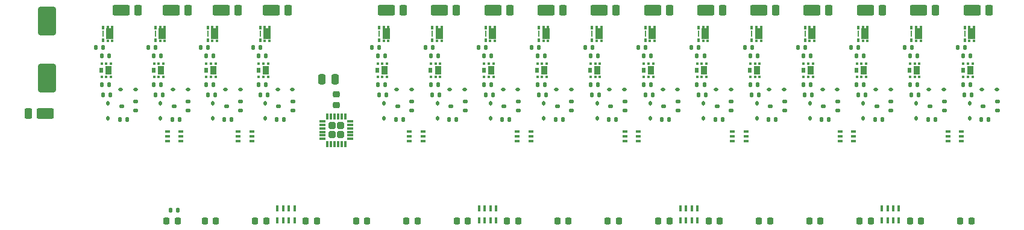
<source format=gbr>
%TF.GenerationSoftware,KiCad,Pcbnew,8.99.0-3338-g9b4c1024c9*%
%TF.CreationDate,2024-12-09T11:14:18+02:00*%
%TF.ProjectId,control_unit_v2_upper,636f6e74-726f-46c5-9f75-6e69745f7632,rev?*%
%TF.SameCoordinates,Original*%
%TF.FileFunction,Paste,Top*%
%TF.FilePolarity,Positive*%
%FSLAX46Y46*%
G04 Gerber Fmt 4.6, Leading zero omitted, Abs format (unit mm)*
G04 Created by KiCad (PCBNEW 8.99.0-3338-g9b4c1024c9) date 2024-12-09 11:14:18*
%MOMM*%
%LPD*%
G01*
G04 APERTURE LIST*
G04 Aperture macros list*
%AMRoundRect*
0 Rectangle with rounded corners*
0 $1 Rounding radius*
0 $2 $3 $4 $5 $6 $7 $8 $9 X,Y pos of 4 corners*
0 Add a 4 corners polygon primitive as box body*
4,1,4,$2,$3,$4,$5,$6,$7,$8,$9,$2,$3,0*
0 Add four circle primitives for the rounded corners*
1,1,$1+$1,$2,$3*
1,1,$1+$1,$4,$5*
1,1,$1+$1,$6,$7*
1,1,$1+$1,$8,$9*
0 Add four rect primitives between the rounded corners*
20,1,$1+$1,$2,$3,$4,$5,0*
20,1,$1+$1,$4,$5,$6,$7,0*
20,1,$1+$1,$6,$7,$8,$9,0*
20,1,$1+$1,$8,$9,$2,$3,0*%
G04 Aperture macros list end*
%ADD10RoundRect,0.135000X-0.135000X-0.185000X0.135000X-0.185000X0.135000X0.185000X-0.135000X0.185000X0*%
%ADD11R,0.400000X0.350000*%
%ADD12R,1.050000X1.600000*%
%ADD13R,0.400000X0.500000*%
%ADD14R,0.285000X0.920000*%
%ADD15RoundRect,0.135000X0.135000X0.185000X-0.135000X0.185000X-0.135000X-0.185000X0.135000X-0.185000X0*%
%ADD16RoundRect,0.112500X0.237500X-0.112500X0.237500X0.112500X-0.237500X0.112500X-0.237500X-0.112500X0*%
%ADD17R,0.400000X0.900000*%
%ADD18RoundRect,0.112500X-0.112500X0.187500X-0.112500X-0.187500X0.112500X-0.187500X0.112500X0.187500X0*%
%ADD19RoundRect,0.218750X0.218750X0.256250X-0.218750X0.256250X-0.218750X-0.256250X0.218750X-0.256250X0*%
%ADD20RoundRect,0.112500X-0.187500X-0.112500X0.187500X-0.112500X0.187500X0.112500X-0.187500X0.112500X0*%
%ADD21RoundRect,0.250000X0.950000X0.500000X-0.950000X0.500000X-0.950000X-0.500000X0.950000X-0.500000X0*%
%ADD22RoundRect,0.250000X0.275000X0.500000X-0.275000X0.500000X-0.275000X-0.500000X0.275000X-0.500000X0*%
%ADD23RoundRect,0.250000X-0.250000X-0.475000X0.250000X-0.475000X0.250000X0.475000X-0.250000X0.475000X0*%
%ADD24R,0.400000X0.425000*%
%ADD25R,0.950000X1.150000*%
%ADD26R,0.480000X0.800000*%
%ADD27RoundRect,0.100000X0.225000X0.100000X-0.225000X0.100000X-0.225000X-0.100000X0.225000X-0.100000X0*%
%ADD28RoundRect,0.250000X-0.950000X-0.500000X0.950000X-0.500000X0.950000X0.500000X-0.950000X0.500000X0*%
%ADD29RoundRect,0.250000X-0.275000X-0.500000X0.275000X-0.500000X0.275000X0.500000X-0.275000X0.500000X0*%
%ADD30RoundRect,0.218750X-0.218750X-0.256250X0.218750X-0.256250X0.218750X0.256250X-0.218750X0.256250X0*%
%ADD31RoundRect,0.247500X-0.247500X-0.247500X0.247500X-0.247500X0.247500X0.247500X-0.247500X0.247500X0*%
%ADD32RoundRect,0.075000X-0.362500X-0.075000X0.362500X-0.075000X0.362500X0.075000X-0.362500X0.075000X0*%
%ADD33RoundRect,0.075000X-0.075000X-0.362500X0.075000X-0.362500X0.075000X0.362500X-0.075000X0.362500X0*%
%ADD34RoundRect,0.225000X0.250000X-0.225000X0.250000X0.225000X-0.250000X0.225000X-0.250000X-0.225000X0*%
%ADD35RoundRect,0.250000X1.000000X-1.750000X1.000000X1.750000X-1.000000X1.750000X-1.000000X-1.750000X0*%
G04 APERTURE END LIST*
D10*
%TO.C,R17*%
X142392424Y-81295000D03*
X143412424Y-81295000D03*
%TD*%
D11*
%TO.C,Q5*%
X83343333Y-80320000D03*
X83343333Y-78370000D03*
D12*
X83018333Y-79345000D03*
D11*
X82693333Y-80320000D03*
X82693333Y-78370000D03*
D13*
X82043333Y-78445000D03*
X82043333Y-80245000D03*
D14*
X82043333Y-79345000D03*
%TD*%
D15*
%TO.C,R4*%
X75495000Y-82495000D03*
X74475000Y-82495000D03*
%TD*%
%TO.C,R87*%
X191601060Y-91395000D03*
X190581060Y-91395000D03*
%TD*%
D10*
%TO.C,R7*%
X95775000Y-81295000D03*
X96795000Y-81295000D03*
%TD*%
D15*
%TO.C,R30*%
X114278333Y-82495000D03*
X113258333Y-82495000D03*
%TD*%
D10*
%TO.C,R14*%
X134915151Y-81295000D03*
X135935151Y-81295000D03*
%TD*%
D16*
%TO.C,Q58*%
X155454697Y-90195000D03*
X155454697Y-88895000D03*
X153454697Y-89545000D03*
%TD*%
D10*
%TO.C,R10*%
X82033333Y-87995000D03*
X83053333Y-87995000D03*
%TD*%
D17*
%TO.C,RN3*%
X155785000Y-105620000D03*
X156585000Y-105620000D03*
X157385000Y-105620000D03*
X158185000Y-105620000D03*
X158185000Y-103920000D03*
X157385000Y-103920000D03*
X156585000Y-103920000D03*
X155785000Y-103920000D03*
%TD*%
D18*
%TO.C,D44*%
X188941060Y-89145000D03*
X188941060Y-91245000D03*
%TD*%
D15*
%TO.C,R1*%
X78045000Y-91395000D03*
X77025000Y-91395000D03*
%TD*%
D11*
%TO.C,Q11*%
X98060000Y-80320000D03*
X98060000Y-78370000D03*
D12*
X97735000Y-79345000D03*
D11*
X97410000Y-80320000D03*
X97410000Y-78370000D03*
D13*
X96760000Y-78445000D03*
X96760000Y-80245000D03*
D14*
X96760000Y-79345000D03*
%TD*%
D19*
%TO.C,D62*%
X175468000Y-105757500D03*
X173893000Y-105757500D03*
%TD*%
D11*
%TO.C,Q8*%
X90701667Y-80320000D03*
X90701667Y-78370000D03*
D12*
X90376667Y-79345000D03*
D11*
X90051667Y-80320000D03*
X90051667Y-78370000D03*
D13*
X89401667Y-78445000D03*
X89401667Y-80245000D03*
D14*
X89401667Y-79345000D03*
%TD*%
D19*
%TO.C,D63*%
X182543667Y-105757500D03*
X180968667Y-105757500D03*
%TD*%
D15*
%TO.C,R90*%
X189051060Y-82495000D03*
X188031060Y-82495000D03*
%TD*%
D16*
%TO.C,Q54*%
X125545606Y-90195000D03*
X125545606Y-88895000D03*
X123545606Y-89545000D03*
%TD*%
D20*
%TO.C,D30*%
X153304697Y-87195000D03*
X155404697Y-87195000D03*
%TD*%
D16*
%TO.C,Q57*%
X147977424Y-90195000D03*
X147977424Y-88895000D03*
X145977424Y-89545000D03*
%TD*%
D15*
%TO.C,R44*%
X129232878Y-86495000D03*
X128212878Y-86495000D03*
%TD*%
D10*
%TO.C,R46*%
X135890151Y-87995000D03*
X136910151Y-87995000D03*
%TD*%
D21*
%TO.C,D4*%
X77260000Y-76045000D03*
D22*
X79635000Y-76045000D03*
%TD*%
D23*
%TO.C,C2*%
X105410000Y-85770000D03*
X107310000Y-85770000D03*
%TD*%
D10*
%TO.C,R3*%
X73700000Y-81295000D03*
X74720000Y-81295000D03*
%TD*%
D15*
%TO.C,R61*%
X189051060Y-86495000D03*
X188031060Y-86495000D03*
%TD*%
D24*
%TO.C,Q9*%
X90501667Y-83565000D03*
X89851667Y-83565000D03*
X89201667Y-83565000D03*
X89201667Y-85440000D03*
X89851667Y-85440000D03*
X90501667Y-85440000D03*
D25*
X90176667Y-84502500D03*
D26*
X89151667Y-84502500D03*
%TD*%
D18*
%TO.C,D14*%
X114168333Y-89145000D03*
X114168333Y-91245000D03*
%TD*%
D10*
%TO.C,R64*%
X158321969Y-87995000D03*
X159341969Y-87995000D03*
%TD*%
D21*
%TO.C,D19*%
X121926667Y-76045000D03*
D22*
X124301667Y-76045000D03*
%TD*%
D20*
%TO.C,D48*%
X198168333Y-87195000D03*
X200268333Y-87195000D03*
%TD*%
D16*
%TO.C,Q59*%
X162931969Y-90195000D03*
X162931969Y-88895000D03*
X160931969Y-89545000D03*
%TD*%
D15*
%TO.C,R33*%
X124305606Y-91395000D03*
X123285606Y-91395000D03*
%TD*%
D16*
%TO.C,Q52*%
X101360000Y-90195000D03*
X101360000Y-88895000D03*
X99360000Y-89545000D03*
%TD*%
D15*
%TO.C,R81*%
X184123788Y-91395000D03*
X183103788Y-91395000D03*
%TD*%
D10*
%TO.C,R58*%
X150844697Y-87995000D03*
X151864697Y-87995000D03*
%TD*%
%TO.C,R2*%
X74675000Y-87995000D03*
X75695000Y-87995000D03*
%TD*%
D20*
%TO.C,D42*%
X183213788Y-87195000D03*
X185313788Y-87195000D03*
%TD*%
D16*
%TO.C,Q1*%
X79285000Y-90195000D03*
X79285000Y-88895000D03*
X77285000Y-89545000D03*
%TD*%
D15*
%TO.C,R12*%
X82853333Y-82495000D03*
X81833333Y-82495000D03*
%TD*%
D24*
%TO.C,Q15*%
X114568333Y-83565000D03*
X113918333Y-83565000D03*
X113268333Y-83565000D03*
X113268333Y-85440000D03*
X113918333Y-85440000D03*
X114568333Y-85440000D03*
D25*
X114243333Y-84502500D03*
D26*
X113218333Y-84502500D03*
%TD*%
D21*
%TO.C,D7*%
X84276667Y-76045000D03*
D22*
X86651667Y-76045000D03*
%TD*%
D11*
%TO.C,Q17*%
X122245606Y-80320000D03*
X122245606Y-78370000D03*
D12*
X121920606Y-79345000D03*
D11*
X121595606Y-80320000D03*
X121595606Y-78370000D03*
D13*
X120945606Y-78445000D03*
X120945606Y-80245000D03*
D14*
X120945606Y-79345000D03*
%TD*%
D11*
%TO.C,Q29*%
X152154697Y-80320000D03*
X152154697Y-78370000D03*
D12*
X151829697Y-79345000D03*
D11*
X151504697Y-80320000D03*
X151504697Y-78370000D03*
D13*
X150854697Y-78445000D03*
X150854697Y-80245000D03*
D14*
X150854697Y-79345000D03*
%TD*%
D19*
%TO.C,D57*%
X140089667Y-105757500D03*
X138514667Y-105757500D03*
%TD*%
D15*
%TO.C,R84*%
X181573788Y-82495000D03*
X180553788Y-82495000D03*
%TD*%
D21*
%TO.C,D13*%
X98335000Y-76045000D03*
D22*
X100710000Y-76045000D03*
%TD*%
D10*
%TO.C,R8*%
X112483333Y-81295000D03*
X113503333Y-81295000D03*
%TD*%
D19*
%TO.C,D51*%
X97635667Y-105757500D03*
X96060667Y-105757500D03*
%TD*%
D10*
%TO.C,R31*%
X194733333Y-81295000D03*
X195753333Y-81295000D03*
%TD*%
D15*
%TO.C,R57*%
X154214697Y-91395000D03*
X153194697Y-91395000D03*
%TD*%
D11*
%TO.C,Q26*%
X144677424Y-80320000D03*
X144677424Y-78370000D03*
D12*
X144352424Y-79345000D03*
D11*
X144027424Y-80320000D03*
X144027424Y-78370000D03*
D13*
X143377424Y-78445000D03*
X143377424Y-80245000D03*
D14*
X143377424Y-79345000D03*
%TD*%
D17*
%TO.C,RN1*%
X99185000Y-105620000D03*
X99985000Y-105620000D03*
X100785000Y-105620000D03*
X101585000Y-105620000D03*
X101585000Y-103920000D03*
X100785000Y-103920000D03*
X99985000Y-103920000D03*
X99185000Y-103920000D03*
%TD*%
D24*
%TO.C,Q39*%
X174386515Y-83565000D03*
X173736515Y-83565000D03*
X173086515Y-83565000D03*
X173086515Y-85440000D03*
X173736515Y-85440000D03*
X174386515Y-85440000D03*
D25*
X174061515Y-84502500D03*
D26*
X173036515Y-84502500D03*
%TD*%
D18*
%TO.C,D29*%
X151554697Y-89145000D03*
X151554697Y-91245000D03*
%TD*%
D21*
%TO.C,D37*%
X166826667Y-76045000D03*
D22*
X169201667Y-76045000D03*
%TD*%
D10*
%TO.C,R20*%
X157346969Y-81295000D03*
X158366969Y-81295000D03*
%TD*%
%TO.C,R40*%
X128412878Y-87995000D03*
X129432878Y-87995000D03*
%TD*%
D15*
%TO.C,R32*%
X75495000Y-86495000D03*
X74475000Y-86495000D03*
%TD*%
D16*
%TO.C,Q62*%
X185363788Y-90195000D03*
X185363788Y-88895000D03*
X183363788Y-89545000D03*
%TD*%
D18*
%TO.C,D2*%
X75385000Y-89145000D03*
X75385000Y-91245000D03*
%TD*%
%TO.C,D11*%
X97460000Y-89145000D03*
X97460000Y-91245000D03*
%TD*%
D27*
%TO.C,U8*%
X180135000Y-94457500D03*
X180135000Y-93807500D03*
X180135000Y-93157500D03*
X178235000Y-93157500D03*
X178235000Y-93807500D03*
X178235000Y-94457500D03*
%TD*%
D21*
%TO.C,D49*%
X196776667Y-76044999D03*
D22*
X199151667Y-76044999D03*
%TD*%
D10*
%TO.C,R76*%
X173276515Y-87995000D03*
X174296515Y-87995000D03*
%TD*%
D16*
%TO.C,Q56*%
X140500151Y-90195000D03*
X140500151Y-88895000D03*
X138500151Y-89545000D03*
%TD*%
D15*
%TO.C,R42*%
X129232878Y-82495000D03*
X128212878Y-82495000D03*
%TD*%
D21*
%TO.C,D43*%
X181776667Y-76045000D03*
D22*
X184151667Y-76045000D03*
%TD*%
D27*
%TO.C,U7*%
X165010000Y-94457500D03*
X165010000Y-93807500D03*
X165010000Y-93157500D03*
X163110000Y-93157500D03*
X163110000Y-93807500D03*
X163110000Y-94457500D03*
%TD*%
D20*
%TO.C,D27*%
X145827424Y-87195000D03*
X147927424Y-87195000D03*
%TD*%
D21*
%TO.C,D46*%
X189226667Y-76045000D03*
D22*
X191601667Y-76045000D03*
%TD*%
D16*
%TO.C,Q50*%
X94001667Y-90195000D03*
X94001667Y-88895000D03*
X92001667Y-89545000D03*
%TD*%
D24*
%TO.C,Q48*%
X196818333Y-83565000D03*
X196168333Y-83565000D03*
X195518333Y-83565000D03*
X195518333Y-85440000D03*
X196168333Y-85440000D03*
X196818333Y-85440000D03*
D25*
X196493333Y-84502500D03*
D26*
X195468333Y-84502500D03*
%TD*%
D15*
%TO.C,R15*%
X92761667Y-91395000D03*
X91741667Y-91395000D03*
%TD*%
D10*
%TO.C,R70*%
X165799242Y-87995000D03*
X166819242Y-87995000D03*
%TD*%
D28*
%TO.C,D1*%
X66535000Y-90620000D03*
D29*
X64160000Y-90620000D03*
%TD*%
D10*
%TO.C,R19*%
X149869697Y-81295000D03*
X150889697Y-81295000D03*
%TD*%
D24*
%TO.C,Q3*%
X75785000Y-83565000D03*
X75135000Y-83565000D03*
X74485000Y-83565000D03*
X74485000Y-85440000D03*
X75135000Y-85440000D03*
X75785000Y-85440000D03*
D25*
X75460000Y-84502500D03*
D26*
X74435000Y-84502500D03*
%TD*%
D20*
%TO.C,D15*%
X115918333Y-87195000D03*
X118018333Y-87195000D03*
%TD*%
D16*
%TO.C,Q64*%
X200318333Y-90195000D03*
X200318333Y-88895000D03*
X198318333Y-89545000D03*
%TD*%
D15*
%TO.C,R48*%
X136710151Y-82495000D03*
X135690151Y-82495000D03*
%TD*%
D19*
%TO.C,D56*%
X133014000Y-105757500D03*
X131439000Y-105757500D03*
%TD*%
D20*
%TO.C,D9*%
X91851667Y-87195000D03*
X93951667Y-87195000D03*
%TD*%
%TO.C,D45*%
X190691060Y-87195000D03*
X192791060Y-87195000D03*
%TD*%
D18*
%TO.C,D38*%
X173986515Y-89145000D03*
X173986515Y-91245000D03*
%TD*%
D15*
%TO.C,R63*%
X161691969Y-91395000D03*
X160671969Y-91395000D03*
%TD*%
D10*
%TO.C,R26*%
X179778788Y-81295000D03*
X180798788Y-81295000D03*
%TD*%
D15*
%TO.C,R53*%
X159141969Y-86495000D03*
X158121969Y-86495000D03*
%TD*%
D10*
%TO.C,R82*%
X180753788Y-87995000D03*
X181773788Y-87995000D03*
%TD*%
D15*
%TO.C,R43*%
X121755606Y-86495000D03*
X120735606Y-86495000D03*
%TD*%
D24*
%TO.C,Q21*%
X129522878Y-83565000D03*
X128872878Y-83565000D03*
X128222878Y-83565000D03*
X128222878Y-85440000D03*
X128872878Y-85440000D03*
X129522878Y-85440000D03*
D25*
X129197878Y-84502500D03*
D26*
X128172878Y-84502500D03*
%TD*%
D15*
%TO.C,R62*%
X196528333Y-86495000D03*
X195508333Y-86495000D03*
%TD*%
%TO.C,R50*%
X151664697Y-86495000D03*
X150644697Y-86495000D03*
%TD*%
%TO.C,R39*%
X131782878Y-91395000D03*
X130762878Y-91395000D03*
%TD*%
D24*
%TO.C,Q27*%
X144477424Y-83565000D03*
X143827424Y-83565000D03*
X143177424Y-83565000D03*
X143177424Y-85440000D03*
X143827424Y-85440000D03*
X144477424Y-85440000D03*
D25*
X144152424Y-84502500D03*
D26*
X143127424Y-84502500D03*
%TD*%
D15*
%TO.C,R36*%
X121755606Y-82495000D03*
X120735606Y-82495000D03*
%TD*%
D27*
%TO.C,U4*%
X119635000Y-94457500D03*
X119635000Y-93807500D03*
X119635000Y-93157500D03*
X117735000Y-93157500D03*
X117735000Y-93807500D03*
X117735000Y-94457500D03*
%TD*%
D10*
%TO.C,R11*%
X119960606Y-81295000D03*
X120980606Y-81295000D03*
%TD*%
D15*
%TO.C,R9*%
X85403333Y-91395000D03*
X84383333Y-91395000D03*
%TD*%
D18*
%TO.C,D20*%
X129122878Y-89145000D03*
X129122878Y-91245000D03*
%TD*%
%TO.C,D41*%
X181463788Y-89145000D03*
X181463788Y-91245000D03*
%TD*%
D15*
%TO.C,R49*%
X144187424Y-86495000D03*
X143167424Y-86495000D03*
%TD*%
D21*
%TO.C,D16*%
X114476667Y-76044999D03*
D22*
X116851667Y-76044999D03*
%TD*%
D21*
%TO.C,D28*%
X144376667Y-76045000D03*
D22*
X146751667Y-76045000D03*
%TD*%
D15*
%TO.C,R66*%
X159141969Y-82495000D03*
X158121969Y-82495000D03*
%TD*%
%TO.C,R21*%
X100120000Y-91395000D03*
X99100000Y-91395000D03*
%TD*%
D10*
%TO.C,R52*%
X143367424Y-87995000D03*
X144387424Y-87995000D03*
%TD*%
D24*
%TO.C,Q30*%
X151954697Y-83565000D03*
X151304697Y-83565000D03*
X150654697Y-83565000D03*
X150654697Y-85440000D03*
X151304697Y-85440000D03*
X151954697Y-85440000D03*
D25*
X151629697Y-84502500D03*
D26*
X150604697Y-84502500D03*
%TD*%
D15*
%TO.C,R78*%
X174096515Y-82495000D03*
X173076515Y-82495000D03*
%TD*%
D20*
%TO.C,D18*%
X123395606Y-87195000D03*
X125495606Y-87195000D03*
%TD*%
D15*
%TO.C,R38*%
X97570000Y-86495000D03*
X96550000Y-86495000D03*
%TD*%
D11*
%TO.C,Q20*%
X129722878Y-80320000D03*
X129722878Y-78370000D03*
D12*
X129397878Y-79345000D03*
D11*
X129072878Y-80320000D03*
X129072878Y-78370000D03*
D13*
X128422878Y-78445000D03*
X128422878Y-80245000D03*
D14*
X128422878Y-79345000D03*
%TD*%
D19*
%TO.C,D50*%
X90560000Y-105757500D03*
X88985000Y-105757500D03*
%TD*%
D18*
%TO.C,D8*%
X90101667Y-89145000D03*
X90101667Y-91245000D03*
%TD*%
D16*
%TO.C,Q51*%
X86643333Y-90195000D03*
X86643333Y-88895000D03*
X84643333Y-89545000D03*
%TD*%
D18*
%TO.C,D32*%
X159031969Y-89145000D03*
X159031969Y-91245000D03*
%TD*%
D19*
%TO.C,D52*%
X104711333Y-105757500D03*
X103136333Y-105757500D03*
%TD*%
D20*
%TO.C,D33*%
X160781969Y-87195000D03*
X162881969Y-87195000D03*
%TD*%
D10*
%TO.C,R94*%
X195708333Y-87995000D03*
X196728333Y-87995000D03*
%TD*%
D18*
%TO.C,D5*%
X82743333Y-89145000D03*
X82743333Y-91245000D03*
%TD*%
D15*
%TO.C,R24*%
X97570000Y-82495000D03*
X96550000Y-82495000D03*
%TD*%
D20*
%TO.C,D6*%
X84493333Y-87195000D03*
X86593333Y-87195000D03*
%TD*%
D15*
%TO.C,R37*%
X82853333Y-86495000D03*
X81833333Y-86495000D03*
%TD*%
D21*
%TO.C,D34*%
X159326667Y-76044999D03*
D22*
X161701667Y-76044999D03*
%TD*%
D19*
%TO.C,D53*%
X111787000Y-105757500D03*
X110212000Y-105757500D03*
%TD*%
D15*
%TO.C,R55*%
X166619242Y-86495000D03*
X165599242Y-86495000D03*
%TD*%
D17*
%TO.C,RN2*%
X127485000Y-105620000D03*
X128285000Y-105620000D03*
X129085000Y-105620000D03*
X129885000Y-105620000D03*
X129885000Y-103920000D03*
X129085000Y-103920000D03*
X128285000Y-103920000D03*
X127485000Y-103920000D03*
%TD*%
D16*
%TO.C,Q63*%
X192841060Y-90195000D03*
X192841060Y-88895000D03*
X190841060Y-89545000D03*
%TD*%
D18*
%TO.C,D47*%
X196418333Y-89145000D03*
X196418333Y-91245000D03*
%TD*%
D10*
%TO.C,R29*%
X187256060Y-81295000D03*
X188276060Y-81295000D03*
%TD*%
%TO.C,R13*%
X127437878Y-81295000D03*
X128457878Y-81295000D03*
%TD*%
D11*
%TO.C,Q35*%
X167109242Y-80320000D03*
X167109242Y-78370000D03*
D12*
X166784242Y-79345000D03*
D11*
X166459242Y-80320000D03*
X166459242Y-78370000D03*
D13*
X165809242Y-78445000D03*
X165809242Y-80245000D03*
D14*
X165809242Y-79345000D03*
%TD*%
D10*
%TO.C,R16*%
X89391667Y-87995000D03*
X90411667Y-87995000D03*
%TD*%
D11*
%TO.C,Q23*%
X137200151Y-80320000D03*
X137200151Y-78370000D03*
D12*
X136875151Y-79345000D03*
D11*
X136550151Y-80320000D03*
X136550151Y-78370000D03*
D13*
X135900151Y-78445000D03*
X135900151Y-80245000D03*
D14*
X135900151Y-79345000D03*
%TD*%
D11*
%TO.C,Q41*%
X182063788Y-80320000D03*
X182063788Y-78370000D03*
D12*
X181738788Y-79345000D03*
D11*
X181413788Y-80320000D03*
X181413788Y-78370000D03*
D13*
X180763788Y-78445000D03*
X180763788Y-80245000D03*
D14*
X180763788Y-79345000D03*
%TD*%
D11*
%TO.C,Q44*%
X189541060Y-80320000D03*
X189541060Y-78370000D03*
D12*
X189216060Y-79345000D03*
D11*
X188891060Y-80320000D03*
X188891060Y-78370000D03*
D13*
X188241060Y-78445000D03*
X188241060Y-80245000D03*
D14*
X188241060Y-79345000D03*
%TD*%
D15*
%TO.C,R18*%
X90211667Y-82495000D03*
X89191667Y-82495000D03*
%TD*%
D10*
%TO.C,R23*%
X164824242Y-81295000D03*
X165844242Y-81295000D03*
%TD*%
D15*
%TO.C,R41*%
X114278333Y-86495000D03*
X113258333Y-86495000D03*
%TD*%
D27*
%TO.C,U6*%
X149885000Y-94457500D03*
X149885000Y-93807500D03*
X149885000Y-93157500D03*
X147985000Y-93157500D03*
X147985000Y-93807500D03*
X147985000Y-94457500D03*
%TD*%
D19*
%TO.C,D54*%
X118862667Y-105757500D03*
X117287667Y-105757500D03*
%TD*%
D16*
%TO.C,Q55*%
X133022878Y-90195000D03*
X133022878Y-88895000D03*
X131022878Y-89545000D03*
%TD*%
D24*
%TO.C,Q24*%
X137000151Y-83565000D03*
X136350151Y-83565000D03*
X135700151Y-83565000D03*
X135700151Y-85440000D03*
X136350151Y-85440000D03*
X137000151Y-85440000D03*
D25*
X136675151Y-84502500D03*
D26*
X135650151Y-84502500D03*
%TD*%
D19*
%TO.C,D58*%
X147165333Y-105757500D03*
X145590333Y-105757500D03*
%TD*%
D21*
%TO.C,D22*%
X129426667Y-76045000D03*
D22*
X131801667Y-76045000D03*
%TD*%
D15*
%TO.C,R75*%
X176646515Y-91395000D03*
X175626515Y-91395000D03*
%TD*%
%TO.C,R65*%
X85207500Y-104245000D03*
X84187500Y-104245000D03*
%TD*%
D21*
%TO.C,D10*%
X91301666Y-76045000D03*
D22*
X93676666Y-76045000D03*
%TD*%
D27*
%TO.C,U2*%
X85610000Y-94457500D03*
X85610000Y-93807500D03*
X85610000Y-93157500D03*
X83710000Y-93157500D03*
X83710000Y-93807500D03*
X83710000Y-94457500D03*
%TD*%
D11*
%TO.C,Q14*%
X114768333Y-80320000D03*
X114768333Y-78370000D03*
D12*
X114443333Y-79345000D03*
D11*
X114118333Y-80320000D03*
X114118333Y-78370000D03*
D13*
X113468333Y-78445000D03*
X113468333Y-80245000D03*
D14*
X113468333Y-79345000D03*
%TD*%
D17*
%TO.C,RN4*%
X184085000Y-105620000D03*
X184885000Y-105620000D03*
X185685000Y-105620000D03*
X186485000Y-105620000D03*
X186485000Y-103920000D03*
X185685000Y-103920000D03*
X184885000Y-103920000D03*
X184085000Y-103920000D03*
%TD*%
D10*
%TO.C,R22*%
X96750000Y-87995000D03*
X97770000Y-87995000D03*
%TD*%
D24*
%TO.C,Q45*%
X189341060Y-83565000D03*
X188691060Y-83565000D03*
X188041060Y-83565000D03*
X188041060Y-85440000D03*
X188691060Y-85440000D03*
X189341060Y-85440000D03*
D25*
X189016060Y-84502500D03*
D26*
X187991060Y-84502500D03*
%TD*%
D10*
%TO.C,R88*%
X188231060Y-87995000D03*
X189251060Y-87995000D03*
%TD*%
D15*
%TO.C,R35*%
X90211667Y-86495000D03*
X89191667Y-86495000D03*
%TD*%
D19*
%TO.C,D55*%
X125938333Y-105757500D03*
X124363333Y-105757500D03*
%TD*%
D16*
%TO.C,Q53*%
X118068333Y-90195000D03*
X118068333Y-88895000D03*
X116068333Y-89545000D03*
%TD*%
D15*
%TO.C,R56*%
X174096515Y-86495000D03*
X173076515Y-86495000D03*
%TD*%
%TO.C,R72*%
X166619242Y-82495000D03*
X165599242Y-82495000D03*
%TD*%
D30*
%TO.C,D66*%
X83610000Y-105745000D03*
X85185000Y-105745000D03*
%TD*%
D11*
%TO.C,Q32*%
X159631969Y-80320000D03*
X159631969Y-78370000D03*
D12*
X159306969Y-79345000D03*
D11*
X158981969Y-80320000D03*
X158981969Y-78370000D03*
D13*
X158331969Y-78445000D03*
X158331969Y-80245000D03*
D14*
X158331969Y-79345000D03*
%TD*%
D18*
%TO.C,D35*%
X166509242Y-89145000D03*
X166509242Y-91245000D03*
%TD*%
D15*
%TO.C,R60*%
X151664697Y-82495000D03*
X150644697Y-82495000D03*
%TD*%
D19*
%TO.C,D65*%
X196695000Y-105757500D03*
X195120000Y-105757500D03*
%TD*%
D31*
%TO.C,U1*%
X106862500Y-92310000D03*
X106862500Y-93530000D03*
X108082500Y-92310000D03*
X108082500Y-93530000D03*
D32*
X105535000Y-91670000D03*
X105535000Y-92170000D03*
X105535000Y-92670000D03*
X105535000Y-93170000D03*
X105535000Y-93670000D03*
X105535000Y-94170000D03*
D33*
X106222500Y-94857500D03*
X106722500Y-94857500D03*
X107222500Y-94857500D03*
X107722500Y-94857500D03*
X108222500Y-94857500D03*
X108722500Y-94857500D03*
D32*
X109410000Y-94170000D03*
X109410000Y-93670000D03*
X109410000Y-93170000D03*
X109410000Y-92670000D03*
X109410000Y-92170000D03*
X109410000Y-91670000D03*
D33*
X108722500Y-90982500D03*
X108222500Y-90982500D03*
X107722500Y-90982500D03*
X107222500Y-90982500D03*
X106722500Y-90982500D03*
X106222500Y-90982500D03*
%TD*%
D20*
%TO.C,D39*%
X175736515Y-87195000D03*
X177836515Y-87195000D03*
%TD*%
D18*
%TO.C,D23*%
X136600151Y-89145000D03*
X136600151Y-91245000D03*
%TD*%
D20*
%TO.C,D3*%
X77135000Y-87195000D03*
X79235000Y-87195000D03*
%TD*%
D10*
%TO.C,R28*%
X113458333Y-87995000D03*
X114478333Y-87995000D03*
%TD*%
D11*
%TO.C,Q2*%
X75985000Y-80320000D03*
X75985000Y-78370000D03*
D12*
X75660000Y-79345000D03*
D11*
X75335000Y-80320000D03*
X75335000Y-78370000D03*
D13*
X74685000Y-78445000D03*
X74685000Y-80245000D03*
D14*
X74685000Y-79345000D03*
%TD*%
D15*
%TO.C,R69*%
X169169242Y-91395000D03*
X168149242Y-91395000D03*
%TD*%
D10*
%TO.C,R5*%
X88416667Y-81295000D03*
X89436667Y-81295000D03*
%TD*%
D19*
%TO.C,D60*%
X161316667Y-105757500D03*
X159741667Y-105757500D03*
%TD*%
D15*
%TO.C,R93*%
X199078333Y-91395000D03*
X198058333Y-91395000D03*
%TD*%
D11*
%TO.C,Q47*%
X197018333Y-80320000D03*
X197018333Y-78370000D03*
D12*
X196693333Y-79345000D03*
D11*
X196368333Y-80320000D03*
X196368333Y-78370000D03*
D13*
X195718333Y-78445000D03*
X195718333Y-80245000D03*
D14*
X195718333Y-79345000D03*
%TD*%
D20*
%TO.C,D21*%
X130872878Y-87195000D03*
X132972878Y-87195000D03*
%TD*%
D18*
%TO.C,D17*%
X121645606Y-89145000D03*
X121645606Y-91245000D03*
%TD*%
D19*
%TO.C,D64*%
X189619333Y-105757500D03*
X188044333Y-105757500D03*
%TD*%
D24*
%TO.C,Q36*%
X166909242Y-83565000D03*
X166259242Y-83565000D03*
X165609242Y-83565000D03*
X165609242Y-85440000D03*
X166259242Y-85440000D03*
X166909242Y-85440000D03*
D25*
X166584242Y-84502500D03*
D26*
X165559242Y-84502500D03*
%TD*%
D20*
%TO.C,D24*%
X138350151Y-87195000D03*
X140450151Y-87195000D03*
%TD*%
D15*
%TO.C,R54*%
X144187424Y-82495000D03*
X143167424Y-82495000D03*
%TD*%
D21*
%TO.C,D25*%
X136926667Y-76044999D03*
D22*
X139301667Y-76044999D03*
%TD*%
D20*
%TO.C,D12*%
X99210000Y-87195000D03*
X101310000Y-87195000D03*
%TD*%
D18*
%TO.C,D26*%
X144077424Y-89145000D03*
X144077424Y-91245000D03*
%TD*%
D20*
%TO.C,D36*%
X168259242Y-87195000D03*
X170359242Y-87195000D03*
%TD*%
D15*
%TO.C,R96*%
X196528333Y-82495000D03*
X195508333Y-82495000D03*
%TD*%
D10*
%TO.C,R34*%
X120935606Y-87995000D03*
X121955606Y-87995000D03*
%TD*%
D24*
%TO.C,Q18*%
X122045606Y-83565000D03*
X121395606Y-83565000D03*
X120745606Y-83565000D03*
X120745606Y-85440000D03*
X121395606Y-85440000D03*
X122045606Y-85440000D03*
D25*
X121720606Y-84502500D03*
D26*
X120695606Y-84502500D03*
%TD*%
D24*
%TO.C,Q42*%
X181863788Y-83565000D03*
X181213788Y-83565000D03*
X180563788Y-83565000D03*
X180563788Y-85440000D03*
X181213788Y-85440000D03*
X181863788Y-85440000D03*
D25*
X181538788Y-84502500D03*
D26*
X180513788Y-84502500D03*
%TD*%
D19*
%TO.C,D61*%
X168392333Y-105757500D03*
X166817333Y-105757500D03*
%TD*%
D16*
%TO.C,Q60*%
X170409242Y-90195000D03*
X170409242Y-88895000D03*
X168409242Y-89545000D03*
%TD*%
D24*
%TO.C,Q12*%
X97860000Y-83565000D03*
X97210000Y-83565000D03*
X96560000Y-83565000D03*
X96560000Y-85440000D03*
X97210000Y-85440000D03*
X97860000Y-85440000D03*
D25*
X97535000Y-84502500D03*
D26*
X96510000Y-84502500D03*
%TD*%
D15*
%TO.C,R51*%
X146737424Y-91395000D03*
X145717424Y-91395000D03*
%TD*%
D34*
%TO.C,C1*%
X107435000Y-89395000D03*
X107435000Y-87845000D03*
%TD*%
D11*
%TO.C,Q38*%
X174586515Y-80320000D03*
X174586515Y-78370000D03*
D12*
X174261515Y-79345000D03*
D11*
X173936515Y-80320000D03*
X173936515Y-78370000D03*
D13*
X173286515Y-78445000D03*
X173286515Y-80245000D03*
D14*
X173286515Y-79345000D03*
%TD*%
D15*
%TO.C,R47*%
X136710151Y-86495000D03*
X135690151Y-86495000D03*
%TD*%
D21*
%TO.C,D31*%
X151876667Y-76044999D03*
D22*
X154251667Y-76044999D03*
%TD*%
D24*
%TO.C,Q33*%
X159431969Y-83565000D03*
X158781969Y-83565000D03*
X158131969Y-83565000D03*
X158131969Y-85440000D03*
X158781969Y-85440000D03*
X159431969Y-85440000D03*
D25*
X159106969Y-84502500D03*
D26*
X158081969Y-84502500D03*
%TD*%
D27*
%TO.C,U9*%
X195260000Y-94457500D03*
X195260000Y-93807500D03*
X195260000Y-93157500D03*
X193360000Y-93157500D03*
X193360000Y-93807500D03*
X193360000Y-94457500D03*
%TD*%
%TO.C,U3*%
X95560000Y-94457500D03*
X95560000Y-93807500D03*
X95560000Y-93157500D03*
X93660000Y-93157500D03*
X93660000Y-93807500D03*
X93660000Y-94457500D03*
%TD*%
D15*
%TO.C,R27*%
X116828333Y-91395000D03*
X115808333Y-91395000D03*
%TD*%
D19*
%TO.C,D59*%
X154241000Y-105757500D03*
X152666000Y-105757500D03*
%TD*%
D21*
%TO.C,D40*%
X174276667Y-76044999D03*
D22*
X176651667Y-76044999D03*
%TD*%
D27*
%TO.C,U5*%
X134760000Y-94457500D03*
X134760000Y-93807500D03*
X134760000Y-93157500D03*
X132860000Y-93157500D03*
X132860000Y-93807500D03*
X132860000Y-94457500D03*
%TD*%
D16*
%TO.C,Q61*%
X177886515Y-90195000D03*
X177886515Y-88895000D03*
X175886515Y-89545000D03*
%TD*%
D10*
%TO.C,R6*%
X81058333Y-81295000D03*
X82078333Y-81295000D03*
%TD*%
%TO.C,R25*%
X172301515Y-81295000D03*
X173321515Y-81295000D03*
%TD*%
D24*
%TO.C,Q6*%
X83143333Y-83565000D03*
X82493333Y-83565000D03*
X81843333Y-83565000D03*
X81843333Y-85440000D03*
X82493333Y-85440000D03*
X83143333Y-85440000D03*
D25*
X82818333Y-84502500D03*
D26*
X81793333Y-84502500D03*
%TD*%
D35*
%TO.C,C3*%
X66810000Y-85552500D03*
X66810000Y-77552500D03*
%TD*%
D15*
%TO.C,R59*%
X181573788Y-86495000D03*
X180553788Y-86495000D03*
%TD*%
%TO.C,R45*%
X139260151Y-91395000D03*
X138240151Y-91395000D03*
%TD*%
M02*

</source>
